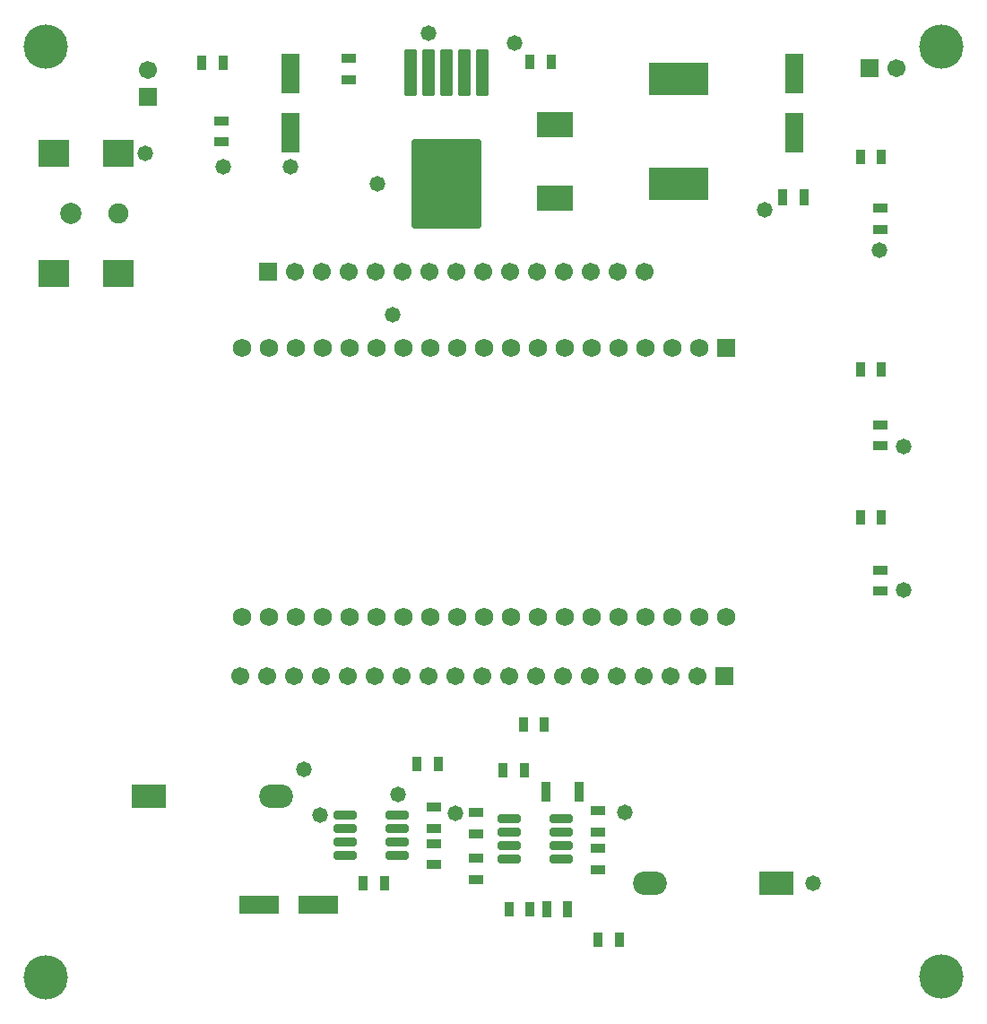
<source format=gts>
G04*
G04 #@! TF.GenerationSoftware,Altium Limited,Altium Designer,22.3.1 (43)*
G04*
G04 Layer_Color=8388736*
%FSLAX23Y23*%
%MOIN*%
G70*
G04*
G04 #@! TF.SameCoordinates,1274CE9F-09AF-47AB-B1D0-44CBEC0A274A*
G04*
G04*
G04 #@! TF.FilePolarity,Negative*
G04*
G01*
G75*
%ADD18R,0.036X0.058*%
%ADD19R,0.221X0.122*%
%ADD20R,0.133X0.097*%
%ADD21R,0.058X0.036*%
%ADD22R,0.071X0.146*%
%ADD23R,0.058X0.036*%
%ADD24R,0.118X0.102*%
G04:AMPARAMS|DCode=25|XSize=86mil|YSize=32mil|CornerRadius=7mil|HoleSize=0mil|Usage=FLASHONLY|Rotation=180.000|XOffset=0mil|YOffset=0mil|HoleType=Round|Shape=RoundedRectangle|*
%AMROUNDEDRECTD25*
21,1,0.086,0.018,0,0,180.0*
21,1,0.072,0.032,0,0,180.0*
1,1,0.014,-0.036,0.009*
1,1,0.014,0.036,0.009*
1,1,0.014,0.036,-0.009*
1,1,0.014,-0.036,-0.009*
%
%ADD25ROUNDEDRECTD25*%
%ADD26R,0.036X0.072*%
%ADD27R,0.036X0.059*%
%ADD28R,0.146X0.071*%
G04:AMPARAMS|DCode=29|XSize=260mil|YSize=331mil|CornerRadius=7mil|HoleSize=0mil|Usage=FLASHONLY|Rotation=0.000|XOffset=0mil|YOffset=0mil|HoleType=Round|Shape=RoundedRectangle|*
%AMROUNDEDRECTD29*
21,1,0.260,0.318,0,0,0.0*
21,1,0.247,0.331,0,0,0.0*
1,1,0.013,0.123,-0.159*
1,1,0.013,-0.123,-0.159*
1,1,0.013,-0.123,0.159*
1,1,0.013,0.123,0.159*
%
%ADD29ROUNDEDRECTD29*%
G04:AMPARAMS|DCode=30|XSize=47mil|YSize=171mil|CornerRadius=6mil|HoleSize=0mil|Usage=FLASHONLY|Rotation=0.000|XOffset=0mil|YOffset=0mil|HoleType=Round|Shape=RoundedRectangle|*
%AMROUNDEDRECTD30*
21,1,0.047,0.159,0,0,0.0*
21,1,0.035,0.171,0,0,0.0*
1,1,0.012,0.018,-0.080*
1,1,0.012,-0.018,-0.080*
1,1,0.012,-0.018,0.080*
1,1,0.012,0.018,0.080*
%
%ADD30ROUNDEDRECTD30*%
%ADD31O,0.126X0.087*%
%ADD32R,0.126X0.087*%
%ADD33R,0.067X0.067*%
%ADD34C,0.067*%
%ADD35R,0.067X0.067*%
%ADD36C,0.079*%
%ADD37C,0.075*%
%ADD38C,0.069*%
%ADD39R,0.069X0.069*%
%ADD40C,0.165*%
%ADD41C,0.058*%
D18*
X4594Y4355D02*
D03*
X4673D02*
D03*
X3365Y4709D02*
D03*
X3444D02*
D03*
X2225Y4704D02*
D03*
X2146D02*
D03*
X4594Y3015D02*
D03*
X4673D02*
D03*
X3266Y2075D02*
D03*
X3345D02*
D03*
X3620Y1445D02*
D03*
X3699D02*
D03*
X3287Y1560D02*
D03*
X3366D02*
D03*
X3024Y2100D02*
D03*
X2945D02*
D03*
X3341Y2245D02*
D03*
X3420D02*
D03*
X2825Y1655D02*
D03*
X2746D02*
D03*
X4673Y3565D02*
D03*
X4594D02*
D03*
D19*
X3920Y4255D02*
D03*
Y4645D02*
D03*
D20*
X3460Y4203D02*
D03*
Y4475D02*
D03*
D21*
X2693Y4721D02*
D03*
Y4642D02*
D03*
X3165Y1749D02*
D03*
Y1670D02*
D03*
Y1919D02*
D03*
Y1840D02*
D03*
X3620Y1706D02*
D03*
Y1785D02*
D03*
X3010Y1803D02*
D03*
Y1724D02*
D03*
X3620Y1845D02*
D03*
Y1924D02*
D03*
X3010Y1860D02*
D03*
Y1939D02*
D03*
D22*
X2474Y4665D02*
D03*
Y4445D02*
D03*
X4350Y4665D02*
D03*
Y4445D02*
D03*
D23*
X2219Y4490D02*
D03*
Y4411D02*
D03*
X4667Y2820D02*
D03*
Y2741D02*
D03*
Y3360D02*
D03*
Y3281D02*
D03*
Y4165D02*
D03*
Y4086D02*
D03*
D24*
X1595Y4370D02*
D03*
X1835D02*
D03*
Y3921D02*
D03*
X1595D02*
D03*
D25*
X2678Y1758D02*
D03*
Y1808D02*
D03*
Y1858D02*
D03*
Y1908D02*
D03*
X2872D02*
D03*
Y1858D02*
D03*
Y1808D02*
D03*
Y1758D02*
D03*
X3482Y1745D02*
D03*
Y1795D02*
D03*
Y1845D02*
D03*
Y1895D02*
D03*
X3288D02*
D03*
Y1845D02*
D03*
Y1795D02*
D03*
Y1745D02*
D03*
D26*
X3550Y1995D02*
D03*
X3424D02*
D03*
D27*
X3428Y1560D02*
D03*
X3506D02*
D03*
X4306Y4205D02*
D03*
X4385D02*
D03*
D28*
X2360Y1575D02*
D03*
X2580D02*
D03*
D29*
X3056Y4256D02*
D03*
D30*
X2922Y4668D02*
D03*
X2989D02*
D03*
X3056D02*
D03*
X3122D02*
D03*
X3189D02*
D03*
D31*
X2421Y1980D02*
D03*
X3811Y1655D02*
D03*
D32*
X1949Y1980D02*
D03*
X4283Y1655D02*
D03*
D33*
X4630Y4684D02*
D03*
X2393Y3930D02*
D03*
X4090Y2425D02*
D03*
D34*
X4730Y4684D02*
D03*
X1945Y4680D02*
D03*
X2493Y3930D02*
D03*
X2593D02*
D03*
X2693D02*
D03*
X2793D02*
D03*
X2893D02*
D03*
X2993D02*
D03*
X3093D02*
D03*
X3193D02*
D03*
X3293D02*
D03*
X3393D02*
D03*
X3493D02*
D03*
X3593D02*
D03*
X3693D02*
D03*
X3793D02*
D03*
X3990Y2425D02*
D03*
X3890D02*
D03*
X3790D02*
D03*
X3690D02*
D03*
X3590D02*
D03*
X3490D02*
D03*
X3390D02*
D03*
X3290D02*
D03*
X3190D02*
D03*
X3090D02*
D03*
X2990D02*
D03*
X2890D02*
D03*
X2790D02*
D03*
X2690D02*
D03*
X2590D02*
D03*
X2490D02*
D03*
X2390D02*
D03*
X2290D02*
D03*
D35*
X1945Y4580D02*
D03*
D36*
X1658Y4146D02*
D03*
D37*
X1835D02*
D03*
D38*
X2294Y2645D02*
D03*
X2394D02*
D03*
X2494D02*
D03*
X2594D02*
D03*
X2694D02*
D03*
X2794D02*
D03*
X2894D02*
D03*
X2994D02*
D03*
X3094D02*
D03*
X3194D02*
D03*
X3294D02*
D03*
X3394D02*
D03*
X3494D02*
D03*
X3594D02*
D03*
X3694D02*
D03*
X3794D02*
D03*
X3894D02*
D03*
X3994D02*
D03*
X4094D02*
D03*
X2394Y3645D02*
D03*
X2494D02*
D03*
X2594D02*
D03*
X2694D02*
D03*
X2794D02*
D03*
X2894D02*
D03*
X2994D02*
D03*
X3094D02*
D03*
X3194D02*
D03*
X3294D02*
D03*
X3394D02*
D03*
X3494D02*
D03*
X3594D02*
D03*
X3694D02*
D03*
X3794D02*
D03*
X3894D02*
D03*
X2294D02*
D03*
X3994D02*
D03*
D39*
X4094D02*
D03*
D40*
X1565Y4765D02*
D03*
Y1305D02*
D03*
X4895Y1310D02*
D03*
Y4765D02*
D03*
D41*
X3720Y1920D02*
D03*
X2225Y4320D02*
D03*
X2875Y1985D02*
D03*
X2585Y1910D02*
D03*
X3090Y1915D02*
D03*
X2525Y2080D02*
D03*
X4420Y1655D02*
D03*
X4755Y3280D02*
D03*
Y2745D02*
D03*
X4665Y4010D02*
D03*
X4240Y4160D02*
D03*
X2800Y4255D02*
D03*
X2475Y4320D02*
D03*
X1935Y4370D02*
D03*
X2855Y3770D02*
D03*
X2990Y4815D02*
D03*
X3310Y4780D02*
D03*
M02*

</source>
